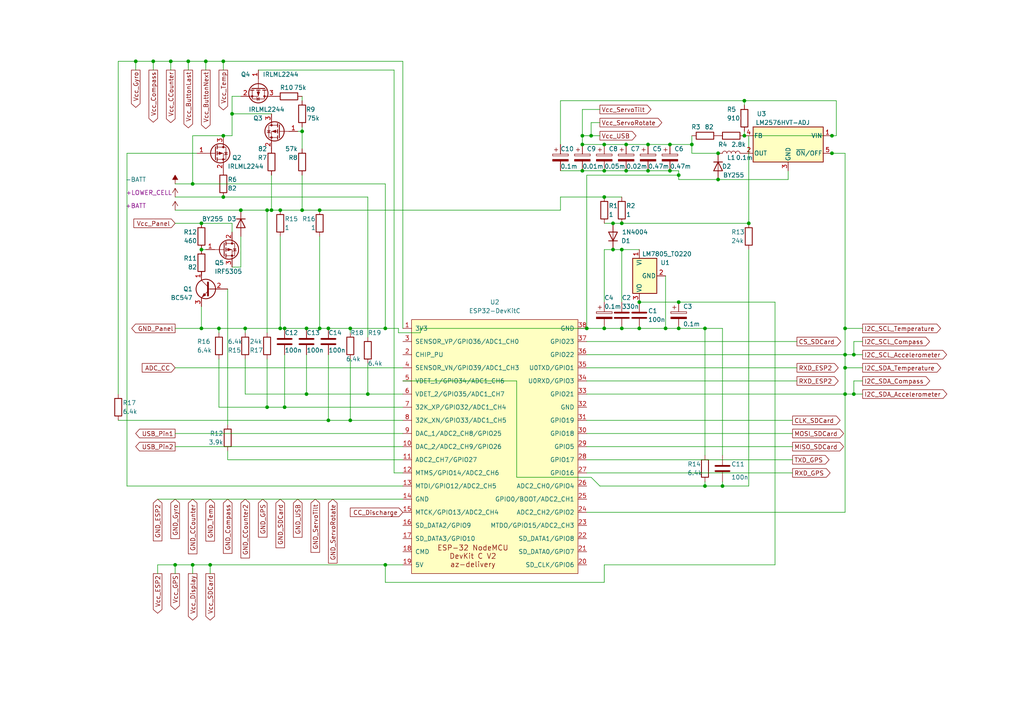
<source format=kicad_sch>
(kicad_sch (version 20230121) (generator eeschema)
  (paper "A4")
  (lib_symbols
    (symbol "Device:C" (pin_numbers hide) (pin_names (offset 0.254))
      (property "Reference" "C" (at 0.635 2.54 0))
      (property "Value" "C" (at 0.635 -2.54 0))
      (symbol "C_0_1"
        (polyline (pts (xy -2.032 -0.762) (xy 2.032 -0.762)) (stroke (width 0.508)))
        (polyline (pts (xy -2.032 0.762) (xy 2.032 0.762)) (stroke (width 0.508)))
      )
      (symbol "C_1_1"
        (pin passive line (at 0 3.81 270) (length 2.794) (name "~") (number "1"))
        (pin passive line (at 0 -3.81 90) (length 2.794) (name "~") (number "2"))
      )
    )
    (symbol "Device:C_Polarized" (pin_numbers hide) (pin_names (offset 0.254))
      (property "Reference" "C" (at 0.635 2.54 0))
      (property "Value" "C_Polarized" (at 0.635 -2.54 0))
      (symbol "C_Polarized_0_1"
        (rectangle (start -2.286 0.508) (end 2.286 1.016))
        (polyline (pts (xy -1.778 2.286) (xy -0.762 2.286)))
        (polyline (pts (xy -1.27 2.794) (xy -1.27 1.778)))
        (rectangle (start 2.286 -0.508) (end -2.286 -1.016) (fill (type outline)))
      )
      (symbol "C_Polarized_1_1"
        (pin passive line (at 0 3.81 270) (length 2.794) (name "~") (number "1"))
        (pin passive line (at 0 -3.81 90) (length 2.794) (name "~") (number "2"))
      )
    )
    (symbol "Device:L" (pin_numbers hide) (pin_names (offset 1.016) hide)
      (property "Reference" "L" (at -1.27 0 90))
      (property "Value" "L" (at 1.905 0 90))
      (symbol "L_0_1"
        (arc (start 0 -2.54) (mid 0.6323 -1.905) (end 0 -1.27))
        (arc (start 0 -1.27) (mid 0.6323 -0.635) (end 0 0))
        (arc (start 0 0) (mid 0.6323 0.635) (end 0 1.27))
        (arc (start 0 1.27) (mid 0.6323 1.905) (end 0 2.54))
      )
      (symbol "L_1_1"
        (pin passive line (at 0 3.81 270) (length 1.27) (name "1") (number "1"))
        (pin passive line (at 0 -3.81 90) (length 1.27) (name "2") (number "2"))
      )
    )
    (symbol "Device:R" (pin_numbers hide) (pin_names (offset 0))
      (property "Reference" "R" (at 2.032 0 90))
      (property "Value" "R" (at 0 0 90))
      (symbol "R_0_1"
        (rectangle (start -1.016 -2.54) (end 1.016 2.54) (stroke (width 0.254)))
      )
      (symbol "R_1_1"
        (pin passive line (at 0 3.81 270) (length 1.27) (name "~") (number "1"))
        (pin passive line (at 0 -3.81 90) (length 1.27) (name "~") (number "2"))
      )
    )
    (symbol "Diode:1N4004" (pin_numbers hide) (pin_names hide)
      (property "Reference" "D" (at 0 2.54 0))
      (property "Value" "1N4004" (at 0 -2.54 0))
      (symbol "1N4004_0_1"
        (polyline (pts (xy -1.27 1.27) (xy -1.27 -1.27)) (stroke (width 0.254)))
        (polyline (pts (xy 1.27 0) (xy -1.27 0)))
        (polyline (pts (xy 1.27 1.27) (xy 1.27 -1.27) (xy -1.27 0) (xy 1.27 1.27)) (stroke (width 0.254)))
      )
      (symbol "1N4004_1_1"
        (pin passive line (at -3.81 0 0) (length 2.54) (name "K") (number "1"))
        (pin passive line (at 3.81 0 180) (length 2.54) (name "A") (number "2"))
      )
    )
    (symbol "PCM_Espressif:ESP32-DevKitC" (pin_names (offset 1.016))
      (property "Reference" "U" (at -24.13 49.53 0))
      (property "Value" "ESP32-DevKitC" (at -24.13 46.99 0))
      (symbol "ESP32-DevKitC_0_0"
        (pin power_in line (at -26.67 -6.35 0) (length 2.54) (name "GND") (number "14"))
        (pin power_in line (at -26.67 -25.4 0) (length 2.54) (name "5V") (number "19"))
      )
      (symbol "ESP32-DevKitC_0_1"
        (rectangle (start -24.13 45.72) (end 24.13 -27.94) (fill (type background)))
      )
      (symbol "ESP32-DevKitC_1_0"
        (text "ESP-32 NodeMCU\nDevKit C V2\naz-delivery" (at -6.35 -22.86 0) (effects (font (size 1.5 1.5))))
        (pin power_in line (at 26.67 20.32 180) (length 2.54) (name "GND") (number "32"))
        (pin power_in line (at 26.67 43.18 180) (length 2.54) (name "GND") (number "38"))
      )
      (symbol "ESP32-DevKitC_1_1"
        (pin power_in line (at -26.67 43.18 0) (length 2.54) (name "3V3") (number "1"))
        (pin bidirectional line (at -26.67 8.89 0) (length 2.54) (name "DAC_2/ADC2_CH9/GPIO26") (number "10"))
        (pin bidirectional line (at -26.67 5.08 0) (length 2.54) (name "ADC2_CH7/GPIO27") (number "11"))
        (pin bidirectional line (at -26.67 1.27 0) (length 2.54) (name "MTMS/GPIO14/ADC2_CH6") (number "12"))
        (pin bidirectional line (at -26.67 -2.54 0) (length 2.54) (name "MTDI/GPIO12/ADC2_CH5") (number "13"))
        (pin bidirectional line (at -26.67 -10.16 0) (length 2.54) (name "MTCK/GPIO13/ADC2_CH4") (number "15"))
        (pin bidirectional line (at -26.67 -13.97 0) (length 2.54) (name "SD_DATA2/GPIO9") (number "16"))
        (pin bidirectional line (at -26.67 -17.78 0) (length 2.54) (name "SD_DATA3/GPIO10") (number "17"))
        (pin bidirectional line (at -26.67 -21.59 0) (length 2.54) (name "CMD") (number "18"))
        (pin input line (at -26.67 35.56 0) (length 2.54) (name "CHIP_PU") (number "2"))
        (pin bidirectional line (at 26.67 -25.4 180) (length 2.54) (name "SD_CLK/GPIO6") (number "20"))
        (pin bidirectional line (at 26.67 -21.59 180) (length 2.54) (name "SD_DATA0/GPIO7") (number "21"))
        (pin bidirectional line (at 26.67 -17.78 180) (length 2.54) (name "SD_DATA1/GPIO8") (number "22"))
        (pin bidirectional line (at 26.67 -13.97 180) (length 2.54) (name "MTDO/GPIO15/ADC2_CH3") (number "23"))
        (pin bidirectional line (at 26.67 -10.16 180) (length 2.54) (name "ADC2_CH2/GPIO2") (number "24"))
        (pin bidirectional line (at 26.67 -6.35 180) (length 2.54) (name "GPIO0/BOOT/ADC2_CH1") (number "25"))
        (pin bidirectional line (at 26.67 -2.54 180) (length 2.54) (name "ADC2_CH0/GPIO4") (number "26"))
        (pin bidirectional line (at 26.67 1.27 180) (length 2.54) (name "GPIO16") (number "27"))
        (pin bidirectional line (at 26.67 5.08 180) (length 2.54) (name "GPIO17") (number "28"))
        (pin bidirectional line (at 26.67 8.89 180) (length 2.54) (name "GPIO5") (number "29"))
        (pin input line (at -26.67 39.37 0) (length 2.54) (name "SENSOR_VP/GPIO36/ADC1_CH0") (number "3"))
        (pin bidirectional line (at 26.67 12.7 180) (length 2.54) (name "GPIO18") (number "30"))
        (pin bidirectional line (at 26.67 16.51 180) (length 2.54) (name "GPIO19") (number "31"))
        (pin bidirectional line (at 26.67 24.13 180) (length 2.54) (name "GPIO21") (number "33"))
        (pin bidirectional line (at 26.67 27.94 180) (length 2.54) (name "U0RXD/GPIO3") (number "34"))
        (pin bidirectional line (at 26.67 31.75 180) (length 2.54) (name "U0TXD/GPIO1") (number "35"))
        (pin bidirectional line (at 26.67 35.56 180) (length 2.54) (name "GPIO22") (number "36"))
        (pin bidirectional line (at 26.67 39.37 180) (length 2.54) (name "GPIO23") (number "37"))
        (pin input line (at -26.67 31.75 0) (length 2.54) (name "SENSOR_VN/GPIO39/ADC1_CH3") (number "4"))
        (pin input line (at -26.67 27.94 0) (length 2.54) (name "VDET_1/GPIO34/ADC1_CH6") (number "5"))
        (pin input line (at -26.67 24.13 0) (length 2.54) (name "VDET_2/GPIO35/ADC1_CH7") (number "6"))
        (pin bidirectional line (at -26.67 20.32 0) (length 2.54) (name "32K_XP/GPIO32/ADC1_CH4") (number "7"))
        (pin bidirectional line (at -26.67 16.51 0) (length 2.54) (name "32K_XN/GPIO33/ADC1_CH5") (number "8"))
        (pin bidirectional line (at -26.67 12.7 0) (length 2.54) (name "DAC_1/ADC2_CH8/GPIO25") (number "9"))
      )
    )
    (symbol "Regulator_Linear:LM7805_TO220" (pin_names (offset 0.254))
      (property "Reference" "U" (at -3.81 3.175 0))
      (property "Value" "LM7805_TO220" (at 0 3.175 0))
      (symbol "LM7805_TO220_0_1"
        (rectangle (start -5.08 1.905) (end 5.08 -5.08) (stroke (width 0.254)) (fill (type background)))
      )
      (symbol "LM7805_TO220_1_1"
        (pin power_in line (at -7.62 0 0) (length 2.54) (name "VI") (number "1"))
        (pin power_in line (at 0 -7.62 90) (length 2.54) (name "GND") (number "2"))
        (pin power_out line (at 7.62 0 180) (length 2.54) (name "VO") (number "3"))
      )
    )
    (symbol "Regulator_Switching:LM2576HVT-ADJ" (pin_names (offset 0.254))
      (property "Reference" "U" (at -10.16 6.35 0))
      (property "Value" "LM2576HVT-ADJ" (at 0 6.35 0))
      (symbol "LM2576HVT-ADJ_0_1"
        (rectangle (start -10.16 5.08) (end 10.16 -5.08) (stroke (width 0.254)) (fill (type background)))
      )
      (symbol "LM2576HVT-ADJ_1_1"
        (pin power_in line (at -12.7 2.54 0) (length 2.54) (name "VIN") (number "1"))
        (pin output line (at 12.7 -2.54 180) (length 2.54) (name "OUT") (number "2"))
        (pin power_in line (at 0 -7.62 90) (length 2.54) (name "GND") (number "3"))
        (pin input line (at 12.7 2.54 180) (length 2.54) (name "FB") (number "4"))
        (pin input line (at -12.7 -2.54 0) (length 2.54) (name "~{ON}/OFF") (number "5"))
      )
    )
    (symbol "Transistor_BJT:BC547" (pin_names (offset 0) hide)
      (property "Reference" "Q" (at 5.08 1.905 0))
      (property "Value" "BC547" (at 5.08 0 0))
      (symbol "BC547_0_1"
        (polyline (pts (xy 0 0) (xy 0.635 0)))
        (polyline (pts (xy 0.635 0.635) (xy 2.54 2.54)))
        (polyline (pts (xy 0.635 -0.635) (xy 2.54 -2.54) (xy 2.54 -2.54)))
        (polyline (pts (xy 0.635 1.905) (xy 0.635 -1.905) (xy 0.635 -1.905)) (stroke (width 0.508)))
        (polyline (pts (xy 1.27 -1.778) (xy 1.778 -1.27) (xy 2.286 -2.286) (xy 1.27 -1.778) (xy 1.27 -1.778)) (fill (type outline)))
        (circle (center 1.27 0) (radius 2.8194) (stroke (width 0.254)))
      )
      (symbol "BC547_1_1"
        (pin passive line (at 2.54 5.08 270) (length 2.54) (name "C") (number "1"))
        (pin input line (at -5.08 0 0) (length 5.08) (name "B") (number "2"))
        (pin passive line (at 2.54 -5.08 90) (length 2.54) (name "E") (number "3"))
      )
    )
    (symbol "Transistor_FET:IRF4905" (pin_names hide)
      (property "Reference" "Q" (at 5.08 1.905 0))
      (property "Value" "IRF4905" (at 5.08 0 0))
      (symbol "IRF4905_0_1"
        (polyline (pts (xy 0.254 0) (xy -2.54 0)))
        (polyline (pts (xy 0.254 1.905) (xy 0.254 -1.905)) (stroke (width 0.254)))
        (polyline (pts (xy 0.762 -1.27) (xy 0.762 -2.286)) (stroke (width 0.254)))
        (polyline (pts (xy 0.762 0.508) (xy 0.762 -0.508)) (stroke (width 0.254)))
        (polyline (pts (xy 0.762 2.286) (xy 0.762 1.27)) (stroke (width 0.254)))
        (polyline (pts (xy 2.54 2.54) (xy 2.54 1.778)))
        (polyline (pts (xy 2.54 -2.54) (xy 2.54 0) (xy 0.762 0)))
        (polyline (pts (xy 0.762 1.778) (xy 3.302 1.778) (xy 3.302 -1.778) (xy 0.762 -1.778)))
        (polyline (pts (xy 2.286 0) (xy 1.27 0.381) (xy 1.27 -0.381) (xy 2.286 0)) (fill (type outline)))
        (polyline (pts (xy 2.794 -0.508) (xy 2.921 -0.381) (xy 3.683 -0.381) (xy 3.81 -0.254)))
        (polyline (pts (xy 3.302 -0.381) (xy 2.921 0.254) (xy 3.683 0.254) (xy 3.302 -0.381)))
        (circle (center 1.651 0) (radius 2.794) (stroke (width 0.254)))
        (circle (center 2.54 -1.778) (radius 0.254) (fill (type outline)))
        (circle (center 2.54 1.778) (radius 0.254) (fill (type outline)))
      )
      (symbol "IRF4905_1_1"
        (pin input line (at -5.08 0 0) (length 2.54) (name "G") (number "1"))
        (pin passive line (at 2.54 5.08 270) (length 2.54) (name "D") (number "2"))
        (pin passive line (at 2.54 -5.08 90) (length 2.54) (name "S") (number "3"))
      )
    )
    (symbol "Transistor_FET:IRLML5203" (pin_names hide)
      (property "Reference" "Q" (at 5.08 1.905 0))
      (property "Value" "IRLML5203" (at 5.08 0 0))
      (symbol "IRLML5203_0_1"
        (polyline (pts (xy 0.254 0) (xy -2.54 0)))
        (polyline (pts (xy 0.254 1.905) (xy 0.254 -1.905)) (stroke (width 0.254)))
        (polyline (pts (xy 0.762 -1.27) (xy 0.762 -2.286)) (stroke (width 0.254)))
        (polyline (pts (xy 0.762 0.508) (xy 0.762 -0.508)) (stroke (width 0.254)))
        (polyline (pts (xy 0.762 2.286) (xy 0.762 1.27)) (stroke (width 0.254)))
        (polyline (pts (xy 2.54 2.54) (xy 2.54 1.778)))
        (polyline (pts (xy 2.54 -2.54) (xy 2.54 0) (xy 0.762 0)))
        (polyline (pts (xy 0.762 1.778) (xy 3.302 1.778) (xy 3.302 -1.778) (xy 0.762 -1.778)))
        (polyline (pts (xy 2.286 0) (xy 1.27 0.381) (xy 1.27 -0.381) (xy 2.286 0)) (fill (type outline)))
        (polyline (pts (xy 2.794 -0.508) (xy 2.921 -0.381) (xy 3.683 -0.381) (xy 3.81 -0.254)))
        (polyline (pts (xy 3.302 -0.381) (xy 2.921 0.254) (xy 3.683 0.254) (xy 3.302 -0.381)))
        (circle (center 1.651 0) (radius 2.794) (stroke (width 0.254)))
        (circle (center 2.54 -1.778) (radius 0.254) (fill (type outline)))
        (circle (center 2.54 1.778) (radius 0.254) (fill (type outline)))
      )
      (symbol "IRLML5203_1_1"
        (pin input line (at -5.08 0 0) (length 2.54) (name "G") (number "1"))
        (pin passive line (at 2.54 -5.08 90) (length 2.54) (name "S") (number "2"))
        (pin passive line (at 2.54 5.08 270) (length 2.54) (name "D") (number "3"))
      )
    )
    (symbol "power:+BATT" (power) (pin_names (offset 0))
      (property "Value" "+BATT" (at 0 3.556 0))
      (symbol "+BATT_0_1"
        (polyline (pts (xy -0.762 1.27) (xy 0 2.54)))
        (polyline (pts (xy 0 0) (xy 0 2.54)))
        (polyline (pts (xy 0 2.54) (xy 0.762 1.27)))
      )
      (symbol "+BATT_1_1"
        (pin power_in line (at 0 0 90) (length 0) hide (name "+BATT") (number "1"))
      )
    )
    (symbol "power:-BATT" (power) (pin_names (offset 0))
      (property "Value" "-BATT" (at 0 3.556 0))
      (symbol "-BATT_0_1"
        (polyline (pts (xy 0 0) (xy 0 2.54)))
        (polyline (pts (xy 0.762 1.27) (xy -0.762 1.27) (xy 0 2.54) (xy 0.762 1.27)) (fill (type outline)))
      )
      (symbol "-BATT_1_1"
        (pin power_in line (at 0 0 90) (length 0) hide (name "-BATT") (number "1"))
      )
    )
  )
  (junction (at 175.26 95.25))
  (junction (at 81.28 95.25))
  (junction (at 64.77 39.37))
  (junction (at 39.37 17.78))
  (junction (at 185.42 87.63))
  (junction (at 247.65 102.87))
  (junction (at 82.55 118.11))
  (junction (at 185.42 95.25))
  (junction (at 217.17 64.77))
  (junction (at 58.42 64.77))
  (junction (at 193.04 95.25))
  (junction (at 55.88 163.83))
  (junction (at 196.85 87.63))
  (junction (at 49.53 17.78))
  (junction (at 44.45 17.78))
  (junction (at 92.71 95.25))
  (junction (at 60.96 163.83))
  (junction (at 106.68 114.3))
  (junction (at 58.42 72.39))
  (junction (at 87.63 60.96))
  (junction (at 101.6 95.25))
  (junction (at 168.91 49.53))
  (junction (at 88.9 95.25))
  (junction (at 63.5 95.25))
  (junction (at 58.42 95.25))
  (junction (at 69.85 60.96))
  (junction (at 187.96 41.91))
  (junction (at 77.47 118.11))
  (junction (at 208.28 44.45))
  (junction (at 111.76 163.83))
  (junction (at 208.28 52.07))
  (junction (at 180.34 95.25))
  (junction (at 101.6 121.92))
  (junction (at 177.8 64.77))
  (junction (at 81.28 60.96))
  (junction (at 82.55 95.25))
  (junction (at 95.25 95.25))
  (junction (at 64.77 57.15))
  (junction (at 245.11 106.68))
  (junction (at 92.71 60.96))
  (junction (at 87.63 38.1))
  (junction (at 241.3 44.45))
  (junction (at 175.26 57.15))
  (junction (at 180.34 72.39))
  (junction (at 187.96 49.53))
  (junction (at 71.12 95.25))
  (junction (at 204.47 140.97))
  (junction (at 168.91 41.91))
  (junction (at 196.85 50.8))
  (junction (at 175.26 49.53))
  (junction (at 77.47 60.96))
  (junction (at 50.8 163.83))
  (junction (at 54.61 17.78))
  (junction (at 67.31 33.02))
  (junction (at 177.8 72.39))
  (junction (at 59.69 17.78))
  (junction (at 78.74 60.96))
  (junction (at 200.66 41.91))
  (junction (at 180.34 64.77))
  (junction (at 209.55 140.97))
  (junction (at 204.47 95.25))
  (junction (at 168.91 39.37))
  (junction (at 111.76 95.25))
  (junction (at 55.88 53.34))
  (junction (at 88.9 114.3))
  (junction (at 171.45 39.37))
  (junction (at 245.11 114.3))
  (junction (at 175.26 41.91))
  (junction (at 194.31 41.91))
  (junction (at 170.18 95.25))
  (junction (at 64.77 17.78))
  (junction (at 181.61 49.53))
  (junction (at 245.11 95.25))
  (junction (at 194.31 49.53))
  (junction (at 95.25 121.92))
  (junction (at 215.9 39.37))
  (junction (at 181.61 41.91))
  (junction (at 196.85 95.25))
  (junction (at 247.65 114.3))
  (junction (at 241.3 39.37))
  (junction (at 215.9 29.21))
  (junction (at 245.11 102.87))
  (wire (pts (xy 245.11 102.87) (xy 245.11 95.25)))
  (wire (pts (xy 39.37 17.78) (xy 44.45 17.78)))
  (wire (pts (xy 217.17 72.39) (xy 217.17 140.97)))
  (wire (pts (xy 50.8 125.73) (xy 116.84 125.73)))
  (wire (pts (xy 162.56 29.21) (xy 215.9 29.21)))
  (wire (pts (xy 175.26 57.15) (xy 180.34 57.15)))
  (wire (pts (xy 101.6 95.25) (xy 101.6 96.52)))
  (wire (pts (xy 209.55 140.97) (xy 217.17 140.97)))
  (wire (pts (xy 87.63 50.8) (xy 87.63 60.96)))
  (wire (pts (xy 50.8 166.37) (xy 50.8 163.83)))
  (wire (pts (xy 168.91 49.53) (xy 175.26 49.53)))
  (wire (pts (xy 54.61 17.78) (xy 59.69 17.78)))
  (wire (pts (xy 245.11 44.45) (xy 245.11 95.25)))
  (wire (pts (xy 55.88 53.34) (xy 111.76 53.34)))
  (wire (pts (xy 111.76 168.91) (xy 175.26 168.91)))
  (wire (pts (xy 215.9 29.21) (xy 215.9 30.48)))
  (wire (pts (xy 247.65 102.87) (xy 250.19 102.87)))
  (wire (pts (xy 204.47 140.97) (xy 209.55 140.97)))
  (wire (pts (xy 77.47 104.14) (xy 77.47 118.11)))
  (wire (pts (xy 162.56 41.91) (xy 162.56 29.21)))
  (wire (pts (xy 170.18 129.54) (xy 229.87 129.54)))
  (wire (pts (xy 101.6 95.25) (xy 111.76 95.25)))
  (wire (pts (xy 196.85 50.8) (xy 196.85 52.07)))
  (wire (pts (xy 55.88 163.83) (xy 60.96 163.83)))
  (wire (pts (xy 115.57 96.52) (xy 115.57 95.25)))
  (wire (pts (xy 228.6 52.07) (xy 228.6 49.53)))
  (wire (pts (xy 245.11 114.3) (xy 245.11 148.59)))
  (wire (pts (xy 168.91 39.37) (xy 168.91 31.75)))
  (wire (pts (xy 58.42 88.9) (xy 58.42 95.25)))
  (wire (pts (xy 200.66 44.45) (xy 208.28 44.45)))
  (wire (pts (xy 177.8 72.39) (xy 180.34 72.39)))
  (wire (pts (xy 88.9 114.3) (xy 106.68 114.3)))
  (wire (pts (xy 247.65 102.87) (xy 247.65 99.06)))
  (wire (pts (xy 82.55 102.87) (xy 82.55 118.11)))
  (wire (pts (xy 204.47 140.97) (xy 173.99 140.97)))
  (wire (pts (xy 215.9 38.1) (xy 215.9 39.37)))
  (wire (pts (xy 193.04 80.01) (xy 193.04 95.25)))
  (wire (pts (xy 64.77 39.37) (xy 67.31 39.37)))
  (wire (pts (xy 71.12 95.25) (xy 81.28 95.25)))
  (wire (pts (xy 170.18 102.87) (xy 245.11 102.87)))
  (wire (pts (xy 175.26 49.53) (xy 181.61 49.53)))
  (wire (pts (xy 209.55 95.25) (xy 209.55 132.08)))
  (wire (pts (xy 121.92 95.25) (xy 121.92 96.52)))
  (wire (pts (xy 241.3 39.37) (xy 242.57 39.37)))
  (wire (pts (xy 181.61 49.53) (xy 187.96 49.53)))
  (wire (pts (xy 34.29 121.92) (xy 95.25 121.92)))
  (wire (pts (xy 114.3 20.32) (xy 114.3 137.16)))
  (wire (pts (xy 63.5 95.25) (xy 63.5 96.52)))
  (wire (pts (xy 168.91 31.75) (xy 173.99 31.75)))
  (wire (pts (xy 170.18 50.8) (xy 196.85 50.8)))
  (wire (pts (xy 173.99 39.37) (xy 171.45 39.37)))
  (wire (pts (xy 88.9 102.87) (xy 88.9 114.3)))
  (wire (pts (xy 245.11 102.87) (xy 245.11 106.68)))
  (wire (pts (xy 170.18 95.25) (xy 175.26 95.25)))
  (wire (pts (xy 50.8 106.68) (xy 116.84 106.68)))
  (wire (pts (xy 45.72 144.78) (xy 116.84 144.78)))
  (wire (pts (xy 111.76 163.83) (xy 116.84 163.83)))
  (wire (pts (xy 200.66 41.91) (xy 194.31 41.91)))
  (wire (pts (xy 71.12 114.3) (xy 71.12 104.14)))
  (wire (pts (xy 49.53 20.32) (xy 49.53 17.78)))
  (wire (pts (xy 59.69 20.32) (xy 59.69 17.78)))
  (wire (pts (xy 49.53 17.78) (xy 54.61 17.78)))
  (wire (pts (xy 209.55 140.97) (xy 209.55 139.7)))
  (wire (pts (xy 58.42 64.77) (xy 67.31 64.77)))
  (wire (pts (xy 59.69 72.39) (xy 58.42 72.39)))
  (wire (pts (xy 101.6 121.92) (xy 116.84 121.92)))
  (wire (pts (xy 175.26 41.91) (xy 181.61 41.91)))
  (wire (pts (xy 187.96 41.91) (xy 194.31 41.91)))
  (wire (pts (xy 63.5 95.25) (xy 71.12 95.25)))
  (wire (pts (xy 149.86 138.43) (xy 171.45 138.43)))
  (wire (pts (xy 245.11 106.68) (xy 245.11 114.3)))
  (wire (pts (xy 92.71 68.58) (xy 92.71 95.25)))
  (wire (pts (xy 50.8 64.77) (xy 58.42 64.77)))
  (wire (pts (xy 245.11 106.68) (xy 250.19 106.68)))
  (wire (pts (xy 175.26 163.83) (xy 224.79 163.83)))
  (wire (pts (xy 66.04 130.81) (xy 66.04 133.35)))
  (wire (pts (xy 171.45 39.37) (xy 168.91 39.37)))
  (wire (pts (xy 34.29 17.78) (xy 39.37 17.78)))
  (wire (pts (xy 71.12 114.3) (xy 88.9 114.3)))
  (wire (pts (xy 95.25 95.25) (xy 101.6 95.25)))
  (wire (pts (xy 77.47 60.96) (xy 77.47 96.52)))
  (wire (pts (xy 196.85 50.8) (xy 196.85 49.53)))
  (wire (pts (xy 208.28 52.07) (xy 228.6 52.07)))
  (wire (pts (xy 116.84 110.49) (xy 149.86 110.49)))
  (wire (pts (xy 60.96 163.83) (xy 111.76 163.83)))
  (wire (pts (xy 245.11 95.25) (xy 250.19 95.25)))
  (wire (pts (xy 215.9 29.21) (xy 242.57 29.21)))
  (wire (pts (xy 45.72 163.83) (xy 45.72 166.37)))
  (wire (pts (xy 45.72 163.83) (xy 50.8 163.83)))
  (wire (pts (xy 168.91 41.91) (xy 175.26 41.91)))
  (wire (pts (xy 36.83 44.45) (xy 36.83 140.97)))
  (wire (pts (xy 240.03 44.45) (xy 241.3 44.45)))
  (wire (pts (xy 111.76 95.25) (xy 115.57 95.25)))
  (wire (pts (xy 69.85 60.96) (xy 77.47 60.96)))
  (wire (pts (xy 92.71 60.96) (xy 162.56 60.96)))
  (wire (pts (xy 181.61 41.91) (xy 187.96 41.91)))
  (wire (pts (xy 245.11 102.87) (xy 247.65 102.87)))
  (wire (pts (xy 67.31 27.94) (xy 67.31 33.02)))
  (wire (pts (xy 87.63 27.94) (xy 87.63 29.21)))
  (wire (pts (xy 247.65 110.49) (xy 250.19 110.49)))
  (wire (pts (xy 170.18 137.16) (xy 229.87 137.16)))
  (wire (pts (xy 185.42 87.63) (xy 196.85 87.63)))
  (wire (pts (xy 63.5 104.14) (xy 63.5 118.11)))
  (wire (pts (xy 241.3 44.45) (xy 245.11 44.45)))
  (wire (pts (xy 217.17 39.37) (xy 217.17 64.77)))
  (wire (pts (xy 204.47 95.25) (xy 204.47 132.08)))
  (wire (pts (xy 170.18 125.73) (xy 229.87 125.73)))
  (wire (pts (xy 175.26 168.91) (xy 175.26 163.83)))
  (wire (pts (xy 55.88 166.37) (xy 55.88 163.83)))
  (wire (pts (xy 171.45 35.56) (xy 171.45 39.37)))
  (wire (pts (xy 111.76 163.83) (xy 111.76 168.91)))
  (wire (pts (xy 177.8 64.77) (xy 180.34 64.77)))
  (wire (pts (xy 170.18 114.3) (xy 245.11 114.3)))
  (wire (pts (xy 64.77 57.15) (xy 106.68 57.15)))
  (wire (pts (xy 63.5 118.11) (xy 77.47 118.11)))
  (wire (pts (xy 193.04 95.25) (xy 196.85 95.25)))
  (wire (pts (xy 149.86 110.49) (xy 149.86 138.43)))
  (wire (pts (xy 101.6 104.14) (xy 101.6 121.92)))
  (wire (pts (xy 71.12 95.25) (xy 71.12 96.52)))
  (wire (pts (xy 77.47 60.96) (xy 78.74 60.96)))
  (wire (pts (xy 170.18 110.49) (xy 231.14 110.49)))
  (wire (pts (xy 55.88 39.37) (xy 55.88 53.34)))
  (wire (pts (xy 95.25 121.92) (xy 101.6 121.92)))
  (wire (pts (xy 58.42 95.25) (xy 63.5 95.25)))
  (wire (pts (xy 44.45 20.32) (xy 44.45 17.78)))
  (wire (pts (xy 196.85 95.25) (xy 204.47 95.25)))
  (wire (pts (xy 247.65 114.3) (xy 250.19 114.3)))
  (wire (pts (xy 204.47 95.25) (xy 209.55 95.25)))
  (wire (pts (xy 95.25 102.87) (xy 95.25 121.92)))
  (wire (pts (xy 50.8 60.96) (xy 69.85 60.96)))
  (wire (pts (xy 66.04 133.35) (xy 116.84 133.35)))
  (wire (pts (xy 34.29 17.78) (xy 34.29 114.3)))
  (wire (pts (xy 162.56 57.15) (xy 175.26 57.15)))
  (wire (pts (xy 200.66 39.37) (xy 200.66 41.91)))
  (wire (pts (xy 36.83 140.97) (xy 116.84 140.97)))
  (wire (pts (xy 111.76 53.34) (xy 111.76 95.25)))
  (wire (pts (xy 200.66 44.45) (xy 200.66 41.91)))
  (wire (pts (xy 187.96 49.53) (xy 194.31 49.53)))
  (wire (pts (xy 196.85 52.07) (xy 208.28 52.07)))
  (wire (pts (xy 175.26 72.39) (xy 177.8 72.39)))
  (wire (pts (xy 82.55 95.25) (xy 88.9 95.25)))
  (wire (pts (xy 170.18 50.8) (xy 170.18 95.25)))
  (wire (pts (xy 106.68 105.41) (xy 106.68 114.3)))
  (wire (pts (xy 171.45 35.56) (xy 173.99 35.56)))
  (wire (pts (xy 50.8 163.83) (xy 55.88 163.83)))
  (wire (pts (xy 162.56 49.53) (xy 168.91 49.53)))
  (wire (pts (xy 217.17 39.37) (xy 241.3 39.37)))
  (wire (pts (xy 67.31 77.47) (xy 69.85 77.47)))
  (wire (pts (xy 87.63 36.83) (xy 87.63 38.1)))
  (wire (pts (xy 59.69 17.78) (xy 64.77 17.78)))
  (wire (pts (xy 36.83 44.45) (xy 57.15 44.45)))
  (wire (pts (xy 67.31 64.77) (xy 67.31 67.31)))
  (wire (pts (xy 245.11 114.3) (xy 247.65 114.3)))
  (wire (pts (xy 170.18 106.68) (xy 231.14 106.68)))
  (wire (pts (xy 185.42 95.25) (xy 193.04 95.25)))
  (wire (pts (xy 67.31 33.02) (xy 78.74 33.02)))
  (wire (pts (xy 247.65 114.3) (xy 247.65 110.49)))
  (wire (pts (xy 74.93 20.32) (xy 114.3 20.32)))
  (wire (pts (xy 194.31 49.53) (xy 196.85 49.53)))
  (wire (pts (xy 54.61 20.32) (xy 54.61 17.78)))
  (wire (pts (xy 55.88 39.37) (xy 64.77 39.37)))
  (wire (pts (xy 224.79 87.63) (xy 224.79 163.83)))
  (wire (pts (xy 81.28 95.25) (xy 82.55 95.25)))
  (wire (pts (xy 92.71 95.25) (xy 95.25 95.25)))
  (wire (pts (xy 50.8 129.54) (xy 116.84 129.54)))
  (wire (pts (xy 87.63 60.96) (xy 92.71 60.96)))
  (wire (pts (xy 180.34 95.25) (xy 175.26 95.25)))
  (wire (pts (xy 60.96 166.37) (xy 60.96 163.83)))
  (wire (pts (xy 67.31 33.02) (xy 67.31 39.37)))
  (wire (pts (xy 69.85 68.58) (xy 69.85 77.47)))
  (wire (pts (xy 168.91 39.37) (xy 168.91 41.91)))
  (wire (pts (xy 50.8 53.34) (xy 55.88 53.34)))
  (wire (pts (xy 180.34 72.39) (xy 185.42 72.39)))
  (wire (pts (xy 64.77 17.78) (xy 116.84 17.78)))
  (wire (pts (xy 67.31 27.94) (xy 69.85 27.94)))
  (wire (pts (xy 82.55 118.11) (xy 116.84 118.11)))
  (wire (pts (xy 64.77 20.32) (xy 64.77 17.78)))
  (wire (pts (xy 121.92 95.25) (xy 170.18 95.25)))
  (wire (pts (xy 196.85 87.63) (xy 224.79 87.63)))
  (wire (pts (xy 121.92 96.52) (xy 115.57 96.52)))
  (wire (pts (xy 204.47 139.7) (xy 204.47 140.97)))
  (wire (pts (xy 81.28 60.96) (xy 87.63 60.96)))
  (wire (pts (xy 50.8 95.25) (xy 58.42 95.25)))
  (wire (pts (xy 39.37 20.32) (xy 39.37 17.78)))
  (wire (pts (xy 87.63 38.1) (xy 87.63 43.18)))
  (wire (pts (xy 175.26 64.77) (xy 177.8 64.77)))
  (wire (pts (xy 44.45 17.78) (xy 49.53 17.78)))
  (wire (pts (xy 173.99 140.97) (xy 171.45 138.43)))
  (wire (pts (xy 170.18 121.92) (xy 229.87 121.92)))
  (wire (pts (xy 180.34 64.77) (xy 217.17 64.77)))
  (wire (pts (xy 245.11 148.59) (xy 170.18 148.59)))
  (wire (pts (xy 88.9 95.25) (xy 92.71 95.25)))
  (wire (pts (xy 81.28 68.58) (xy 81.28 95.25)))
  (wire (pts (xy 50.8 57.15) (xy 64.77 57.15)))
  (wire (pts (xy 77.47 118.11) (xy 82.55 118.11)))
  (wire (pts (xy 116.84 17.78) (xy 116.84 95.25)))
  (wire (pts (xy 78.74 60.96) (xy 81.28 60.96)))
  (wire (pts (xy 185.42 95.25) (xy 180.34 95.25)))
  (wire (pts (xy 66.04 123.19) (xy 66.04 83.82)))
  (wire (pts (xy 180.34 87.63) (xy 180.34 72.39)))
  (wire (pts (xy 78.74 50.8) (xy 78.74 60.96)))
  (wire (pts (xy 170.18 133.35) (xy 229.87 133.35)))
  (wire (pts (xy 242.57 29.21) (xy 242.57 39.37)))
  (wire (pts (xy 114.3 137.16) (xy 116.84 137.16)))
  (wire (pts (xy 247.65 99.06) (xy 250.19 99.06)))
  (wire (pts (xy 86.36 38.1) (xy 87.63 38.1)))
  (wire (pts (xy 162.56 57.15) (xy 162.56 60.96)))
  (wire (pts (xy 106.68 57.15) (xy 106.68 97.79)))
  (wire (pts (xy 170.18 99.06) (xy 231.14 99.06)))
  (wire (pts (xy 106.68 114.3) (xy 116.84 114.3)))
  (wire (pts (xy 175.26 72.39) (xy 175.26 87.63)))
  (global_label "CS_SDCard" (shape output) (at 231.14 99.06 0) (property "Intersheetrefs" "${INTERSHEET_REFS}" (effects hide)))
  (global_label "GND_Gyro" (shape input) (at 50.8 144.78 270) (property "Intersheetrefs" "${INTERSHEET_REFS}" (effects hide)))
  (global_label "GND_Panel" (shape output) (at 50.8 95.25 180) (property "Intersheetrefs" "${INTERSHEET_REFS}" (effects hide)))
  (global_label "GND_ServoRotate" (shape input) (at 96.52 144.78 270) (property "Intersheetrefs" "${INTERSHEET_REFS}" (effects hide)))
  (global_label "I2C_SCL_Accelerometer" (shape output) (at 250.19 102.87 0) (property "Intersheetrefs" "${INTERSHEET_REFS}" (effects hide)))
  (global_label "Vcc_GPS" (shape output) (at 50.8 166.37 270) (property "Intersheetrefs" "${INTERSHEET_REFS}" (effects hide)))
  (global_label "ADC_CC" (shape input) (at 50.8 106.68 180) (property "Intersheetrefs" "${INTERSHEET_REFS}" (effects hide)))
  (global_label "Vcc_ButtonNext" (shape output) (at 59.69 20.32 270) (property "Intersheetrefs" "${INTERSHEET_REFS}" (effects hide)))
  (global_label "I2C_SDA_Accelerometer" (shape output) (at 250.19 114.3 0) (property "Intersheetrefs" "${INTERSHEET_REFS}" (effects hide)))
  (global_label "I2C_SDA_Compass" (shape output) (at 250.19 110.49 0) (property "Intersheetrefs" "${INTERSHEET_REFS}" (effects hide)))
  (global_label "MISO_SDCard" (shape output) (at 229.87 129.54 0) (property "Intersheetrefs" "${INTERSHEET_REFS}" (effects hide)))
  (global_label "GND_USB" (shape input) (at 86.36 144.78 270) (property "Intersheetrefs" "${INTERSHEET_REFS}" (effects hide)))
  (global_label "Vcc_Display" (shape output) (at 55.88 166.37 270) (property "Intersheetrefs" "${INTERSHEET_REFS}" (effects hide)))
  (global_label "GND_ServoTilt" (shape input) (at 91.44 144.78 270) (property "Intersheetrefs" "${INTERSHEET_REFS}" (effects hide)))
  (global_label "MOSI_SDCard" (shape output) (at 229.87 125.73 0) (property "Intersheetrefs" "${INTERSHEET_REFS}" (effects hide)))
  (global_label "Vcc_CCounter" (shape output) (at 49.53 20.32 270) (property "Intersheetrefs" "${INTERSHEET_REFS}" (effects hide)))
  (global_label "Vcc_ServoTilt" (shape output) (at 173.99 31.75 0) (property "Intersheetrefs" "${INTERSHEET_REFS}" (effects hide)))
  (global_label "RXD_ESP2" (shape output) (at 231.14 110.49 0) (property "Intersheetrefs" "${INTERSHEET_REFS}" (effects hide)))
  (global_label "Vcc_ButtonLast" (shape output) (at 54.61 20.32 270) (property "Intersheetrefs" "${INTERSHEET_REFS}" (effects hide)))
  (global_label "I2C_SCL_Compass" (shape output) (at 250.19 99.06 0) (property "Intersheetrefs" "${INTERSHEET_REFS}" (effects hide)))
  (global_label "Vcc_SDCard" (shape output) (at 60.96 166.37 270) (property "Intersheetrefs" "${INTERSHEET_REFS}" (effects hide)))
  (global_label "USB_Pin2" (shape output) (at 50.8 129.54 180) (property "Intersheetrefs" "${INTERSHEET_REFS}" (effects hide)))
  (global_label "USB_Pin1" (shape output) (at 50.8 125.73 180) (property "Intersheetrefs" "${INTERSHEET_REFS}" (effects hide)))
  (global_label "RXD_GPS" (shape output) (at 229.87 137.16 0) (property "Intersheetrefs" "${INTERSHEET_REFS}" (effects hide)))
  (global_label "RXD_ESP2" (shape output) (at 231.14 106.68 0) (property "Intersheetrefs" "${INTERSHEET_REFS}" (effects hide)))
  (global_label "GND_CCounter" (shape input) (at 55.88 144.78 270) (property "Intersheetrefs" "${INTERSHEET_REFS}" (effects hide)))
  (global_label "GND_Temp" (shape input) (at 60.96 144.78 270) (property "Intersheetrefs" "${INTERSHEET_REFS}" (effects hide)))
  (global_label "Vcc_Panel" (shape input) (at 50.8 64.77 180) (property "Intersheetrefs" "${INTERSHEET_REFS}" (effects hide)))
  (global_label "GND_CCounter2" (shape input) (at 71.12 144.78 270) (property "Intersheetrefs" "${INTERSHEET_REFS}" (effects hide)))
  (global_label "CC_Discharge" (shape input) (at 116.84 148.59 180) (property "Intersheetrefs" "${INTERSHEET_REFS}" (effects hide)))
  (global_label "I2C_SCL_Temperature" (shape output) (at 250.19 95.25 0) (property "Intersheetrefs" "${INTERSHEET_REFS}" (effects hide)))
  (global_label "GND_Compass" (shape input) (at 66.04 144.78 270) (property "Intersheetrefs" "${INTERSHEET_REFS}" (effects hide)))
  (global_label "Vcc_USB" (shape output) (at 173.99 39.37 0) (property "Intersheetrefs" "${INTERSHEET_REFS}" (effects hide)))
  (global_label "GND_ESP2" (shape input) (at 45.72 144.78 270) (property "Intersheetrefs" "${INTERSHEET_REFS}" (effects hide)))
  (global_label "Vcc_Compass" (shape output) (at 44.45 20.32 270) (property "Intersheetrefs" "${INTERSHEET_REFS}" (effects hide)))
  (global_label "GND_SDCard" (shape input) (at 81.28 144.78 270) (property "Intersheetrefs" "${INTERSHEET_REFS}" (effects hide)))
  (global_label "Vcc_Gyro" (shape output) (at 39.37 20.32 270) (property "Intersheetrefs" "${INTERSHEET_REFS}" (effects hide)))
  (global_label "TXD_GPS" (shape output) (at 229.87 133.35 0) (property "Intersheetrefs" "${INTERSHEET_REFS}" (effects hide)))
  (global_label "CLK_SDCard" (shape output) (at 229.87 121.92 0) (property "Intersheetrefs" "${INTERSHEET_REFS}" (effects hide)))
  (global_label "Vcc_ServoRotate" (shape output) (at 173.99 35.56 0) (property "Intersheetrefs" "${INTERSHEET_REFS}" (effects hide)))
  (global_label "Vcc_ESP2" (shape output) (at 45.72 166.37 270) (property "Intersheetrefs" "${INTERSHEET_REFS}" (effects hide)))
  (global_label "GND_GPS" (shape input) (at 76.2 144.78 270) (property "Intersheetrefs" "${INTERSHEET_REFS}" (effects hide)))
  (global_label "Vcc_Temp" (shape output) (at 64.77 20.32 270) (property "Intersheetrefs" "${INTERSHEET_REFS}" (effects hide)))
  (global_label "I2C_SDA_Temperature" (shape output) (at 250.19 106.68 0) (property "Intersheetrefs" "${INTERSHEET_REFS}" (effects hide)))
  (symbol (lib_id "Transistor_FET:IRLML5203") (at 74.93 25.4 270) (unit 1)
    (property "Reference" "Q4" (at 69.85 21.59 90) (effects (justify left)))
    (property "Value" "IRLML2244" (at 76.2 21.59 90) (effects (justify left)))
    (property "Footprint" "Package_TO_SOT_SMD:TSOT-23" (effects hide))
    (property "Datasheet" "https://www.infineon.com/dgdl/Infineon-IRLML2244-DataSheet-v01_01-EN.pdf?fileId=5546d462533600a401535664bfff25f0" (effects hide))
  )
  (symbol (lib_id "Device:R") (at 58.42 76.2 0) (mirror y) (unit 1)
    (property "Reference" "R11" (at 57.15 74.93 0) (effects (justify left)))
    (property "Value" "82" (at 57.15 77.47 0) (effects (justify left)))
  )
  (symbol (lib_id "Device:R") (at 87.63 46.99 0) (mirror y) (unit 1)
    (property "Reference" "R8" (at 86.36 45.72 0) (effects (justify left)))
    (property "Value" "57k" (at 86.36 43.18 0) (effects (justify left)))
  )
  (symbol (lib_id "power:+BATT") (at 50.8 57.15 0) (unit 1)
    (property "Reference" "#PWR02" (effects hide))
    (property "Value" "+BATT" (effects hide))
    (property "Name" "+LOWER_CELL" (at 43.18 55.88 0))
  )
  (symbol (lib_id "Transistor_FET:IRLML5203") (at 62.23 44.45 0) (unit 1)
    (property "Reference" "Q2" (at 67.31 45.72 0) (effects (justify left)))
    (property "Value" "IRLML2244" (at 66.04 48.26 0) (effects (justify left)))
    (property "Footprint" "Package_TO_SOT_SMD:TSOT-23" (effects hide))
    (property "Datasheet" "https://www.infineon.com/dgdl/Infineon-IRLML2244-DataSheet-v01_01-EN.pdf?fileId=5546d462533600a401535664bfff25f0" (effects hide))
  )
  (symbol (lib_id "PCM_Espressif:ESP32-DevKitC") (at 143.51 138.43 0) (unit 1)
    (property "Reference" "U2" (at 143.51 87.63 0))
    (property "Value" "ESP32-DevKitC" (at 143.51 90.17 0))
    (property "Footprint" "Espressif:ESP32-DevKitC" (effects hide))
    (property "Datasheet" "https://docs.espressif.com/projects/esp-idf/zh_CN/latest/esp32/hw-reference/esp32/get-started-devkitc.html" (effects hide))
  )
  (symbol (lib_id "Device:C") (at 95.25 99.06 0) (unit 1)
    (property "Reference" "C14" (at 95.25 96.52 0) (effects (justify left)))
    (property "Value" "100n" (at 95.25 101.6 0) (effects (justify left)))
  )
  (symbol (lib_id "Device:C_Polarized") (at 187.96 45.72 0) (unit 1)
    (property "Reference" "C5" (at 189.23 43.18 0) (effects (justify left)))
    (property "Value" "0.47m" (at 187.96 48.26 0) (effects (justify left)))
  )
  (symbol (lib_id "Device:R") (at 77.47 100.33 0) (unit 1)
    (property "Reference" "R17" (at 72.39 101.6 0) (effects (justify left)))
    (property "Value" "24k" (at 72.39 99.06 0) (effects (justify left)))
  )
  (symbol (lib_id "Transistor_FET:IRF4905") (at 64.77 72.39 0) (unit 1)
    (property "Reference" "Q5" (at 62.23 76.2 0) (effects (justify left)))
    (property "Value" "IRF5305" (at 62.23 78.74 0) (effects (justify left)))
    (property "Footprint" "Package_TO_SOT_THT:TO-220-3_Vertical" (effects hide))
    (property "Datasheet" "https://pdf1.alldatasheet.com/datasheet-pdf/view/68167/IRF/IRF5305.html" (effects hide))
  )
  (symbol (lib_id "power:-BATT") (at 50.8 53.34 0) (unit 1)
    (property "Reference" "#PWR04" (effects hide))
    (property "Value" "-BATT" (at 39.37 52.07 0))
  )
  (symbol (lib_id "Device:C") (at 185.42 91.44 0) (unit 1)
    (property "Reference" "C1" (at 187.96 90.17 0) (effects (justify left)))
    (property "Value" "100n" (at 187.96 92.71 0) (effects (justify left)))
  )
  (symbol (lib_id "Device:R") (at 204.47 135.89 0) (unit 1)
    (property "Reference" "R14" (at 199.39 134.62 0) (effects (justify left)))
    (property "Value" "6.4k" (at 199.39 137.16 0) (effects (justify left)))
  )
  (symbol (lib_id "Device:L") (at 212.09 44.45 270) (mirror x) (unit 1)
    (property "Reference" "L1" (at 212.09 45.72 90))
    (property "Value" "0.1m" (at 215.9 45.72 90))
  )
  (symbol (lib_id "Device:C") (at 180.34 91.44 0) (unit 1)
    (property "Reference" "C2" (at 180.34 86.36 0) (effects (justify left)))
    (property "Value" "330n" (at 180.34 88.9 0) (effects (justify left)))
  )
  (symbol (lib_id "Device:R") (at 175.26 60.96 0) (unit 1)
    (property "Reference" "R1" (at 176.53 59.69 0) (effects (justify left)))
    (property "Value" "1" (at 176.53 62.23 0) (effects (justify left)))
  )
  (symbol (lib_id "Device:R") (at 64.77 53.34 0) (unit 1)
    (property "Reference" "R6" (at 66.04 52.07 0) (effects (justify left)))
    (property "Value" "82" (at 66.04 54.61 0) (effects (justify left)))
  )
  (symbol (lib_id "Device:R") (at 217.17 68.58 0) (unit 1)
    (property "Reference" "R13" (at 212.09 67.31 0) (effects (justify left)))
    (property "Value" "24k" (at 212.09 69.85 0) (effects (justify left)))
  )
  (symbol (lib_id "power:+BATT") (at 50.8 60.96 0) (unit 1)
    (property "Reference" "#PWR01" (effects hide))
    (property "Value" "+BATT" (effects hide))
    (property "Name" "+BATT" (at 39.37 59.69 0))
  )
  (symbol (lib_id "Device:C") (at 82.55 99.06 0) (unit 1)
    (property "Reference" "C12" (at 82.55 96.52 0) (effects (justify left)))
    (property "Value" "100n" (at 82.55 101.6 0) (effects (justify left)))
  )
  (symbol (lib_id "Device:C_Polarized") (at 196.85 91.44 0) (unit 1)
    (property "Reference" "C3" (at 198.12 88.9 0) (effects (justify left)))
    (property "Value" "0.1m" (at 198.12 93.98 0) (effects (justify left)))
  )
  (symbol (lib_id "Regulator_Switching:LM2576HVT-ADJ") (at 228.6 41.91 0) (mirror y) (unit 1)
    (property "Reference" "U3" (at 222.25 33.02 0) (effects (justify left)))
    (property "Value" "LM2576HVT-ADJ" (at 234.95 35.56 0) (effects (justify left)))
    (property "Footprint" "Package_TO_SOT_THT:TO-220-5_Vertical" (effects hide))
    (property "Datasheet" "http://www.ti.com/lit/ds/symlink/lm2576.pdf" (effects hide))
  )
  (symbol (lib_id "Device:C") (at 209.55 135.89 0) (unit 1)
    (property "Reference" "C11" (at 212.09 134.62 0) (effects (justify left)))
    (property "Value" "100n" (at 212.09 138.43 0) (effects (justify left)))
  )
  (symbol (lib_id "Device:R") (at 87.63 33.02 0) (mirror y) (unit 1)
    (property "Reference" "R9" (at 91.44 31.75 0) (effects (justify left)))
    (property "Value" "75k" (at 92.71 34.29 0) (effects (justify left)))
  )
  (symbol (lib_id "Diode:1N4004") (at 177.8 68.58 90) (unit 1)
    (property "Reference" "D1" (at 182.88 69.85 90) (effects (justify left)))
    (property "Value" "1N4004" (at 187.96 67.31 90) (effects (justify left)))
    (property "Footprint" "Diode_THT:D_DO-41_SOD81_P10.16mm_Horizontal" (effects hide))
    (property "Datasheet" "http://www.vishay.com/docs/88503/1n4001.pdf" (effects hide))
    (property "Sim.Device" "D" (effects hide))
    (property "Sim.Pins" "1=K 2=A" (effects hide))
  )
  (symbol (lib_id "Device:R") (at 81.28 64.77 0) (unit 1)
    (property "Reference" "R15" (at 82.55 63.5 0) (effects (justify left)))
    (property "Value" "1" (at 82.55 66.04 0) (effects (justify left)))
  )
  (symbol (lib_id "Device:R") (at 215.9 34.29 0) (unit 1)
    (property "Reference" "R5" (at 210.82 31.75 0) (effects (justify left)))
    (property "Value" "910" (at 210.82 34.29 0) (effects (justify left)))
  )
  (symbol (lib_id "Device:C_Polarized") (at 181.61 45.72 0) (unit 1)
    (property "Reference" "C7" (at 182.88 43.18 0) (effects (justify left)))
    (property "Value" "0.02m" (at 181.61 48.26 0) (effects (justify left)))
  )
  (symbol (lib_id "Device:C_Polarized") (at 168.91 45.72 0) (unit 1)
    (property "Reference" "C9" (at 170.18 43.18 0) (effects (justify left)))
    (property "Value" "0.01m" (at 168.91 48.26 0) (effects (justify left)))
  )
  (symbol (lib_id "Device:R") (at 180.34 60.96 0) (unit 1)
    (property "Reference" "R2" (at 181.61 59.69 0) (effects (justify left)))
    (property "Value" "1" (at 181.61 62.23 0) (effects (justify left)))
  )
  (symbol (lib_id "Device:R") (at 212.09 39.37 270) (unit 1)
    (property "Reference" "R4" (at 208.28 41.91 90) (effects (justify left)))
    (property "Value" "2.8k" (at 212.09 41.91 90) (effects (justify left)))
  )
  (symbol (lib_id "Device:R") (at 92.71 64.77 0) (unit 1)
    (property "Reference" "R16" (at 87.63 63.5 0) (effects (justify left)))
    (property "Value" "1" (at 90.17 66.04 0) (effects (justify left)))
  )
  (symbol (lib_id "Device:C_Polarized") (at 175.26 91.44 0) (unit 1)
    (property "Reference" "C4" (at 175.26 86.36 0) (effects (justify left)))
    (property "Value" "0.1m" (at 175.26 88.9 0) (effects (justify left)))
  )
  (symbol (lib_id "Device:R") (at 106.68 101.6 0) (unit 1)
    (property "Reference" "R19" (at 106.68 96.52 0) (effects (justify left)))
    (property "Value" "6.4k" (at 106.68 105.41 0) (effects (justify left)))
  )
  (symbol (lib_id "Transistor_BJT:BC547") (at 60.96 83.82 0) (mirror y) (unit 1)
    (property "Reference" "Q1" (at 55.88 83.82 0) (effects (justify left)))
    (property "Value" "BC547" (at 55.88 86.36 0) (effects (justify left)))
    (property "Footprint" "Package_TO_SOT_THT:TO-92_Inline" (effects hide))
    (property "Datasheet" "https://www.onsemi.com/pub/Collateral/BC550-D.pdf" (effects hide))
  )
  (symbol (lib_id "Regulator_Linear:LM7805_TO220") (at 185.42 80.01 90) (mirror x) (unit 1)
    (property "Reference" "U1" (at 194.31 76.2 90) (effects (justify left)))
    (property "Value" "LM7805_TO220" (at 200.66 73.66 90) (effects (justify left)))
    (property "Footprint" "Package_TO_SOT_THT:TO-220-3_Vertical" (effects hide))
    (property "Datasheet" "https://www.onsemi.cn/PowerSolutions/document/MC7800-D.PDF" (effects hide))
  )
  (symbol (lib_id "Device:R") (at 58.42 68.58 0) (mirror y) (unit 1)
    (property "Reference" "R12" (at 57.15 67.31 0) (effects (justify left)))
    (property "Value" "460" (at 57.15 69.85 0) (effects (justify left)))
  )
  (symbol (lib_id "Device:R") (at 71.12 100.33 0) (unit 1)
    (property "Reference" "R15" (at 66.04 101.6 0) (effects (justify left)))
    (property "Value" "6.4k" (at 66.04 99.06 0) (effects (justify left)))
  )
  (symbol (lib_id "Diode:1N4004") (at 208.28 48.26 90) (mirror x) (unit 1)
    (property "Reference" "D2" (at 212.09 48.26 90) (effects (justify left)))
    (property "Value" "BY255" (at 215.9 50.8 90) (effects (justify left)))
    (property "Footprint" "Diode_THT:D_DO-41_SOD81_P10.16mm_Horizontal" (effects hide))
    (property "Datasheet" "http://www.vishay.com/docs/88503/1n4001.pdf" (effects hide))
    (property "Sim.Device" "D" (effects hide))
    (property "Sim.Pins" "1=K 2=A" (effects hide))
  )
  (symbol (lib_id "Device:C_Polarized") (at 162.56 45.72 0) (unit 1)
    (property "Reference" "C10" (at 162.56 43.18 0) (effects (justify left)))
    (property "Value" "0.1m" (at 162.56 48.26 0) (effects (justify left)))
  )
  (symbol (lib_id "Device:R") (at 101.6 100.33 0) (unit 1)
    (property "Reference" "R18" (at 101.6 96.52 0) (effects (justify left)))
    (property "Value" "6.4k" (at 100.33 104.14 0) (effects (justify left)))
  )
  (symbol (lib_id "Device:R") (at 34.29 118.11 0) (unit 1)
    (property "Reference" "R17" (at 35.56 116.84 0) (effects (justify left)))
    (property "Value" "6.4k" (at 35.56 119.38 0) (effects (justify left)))
  )
  (symbol (lib_id "Device:R") (at 63.5 100.33 0) (unit 1)
    (property "Reference" "R16" (at 57.15 99.06 0) (effects (justify left)))
    (property "Value" "6.4k" (at 57.15 101.6 0) (effects (justify left)))
  )
  (symbol (lib_id "Device:R") (at 78.74 46.99 0) (mirror y) (unit 1)
    (property "Reference" "R7" (at 77.47 45.72 0) (effects (justify left)))
    (property "Value" "82" (at 77.47 43.18 0) (effects (justify left)))
  )
  (symbol (lib_id "Device:C") (at 88.9 99.06 0) (unit 1)
    (property "Reference" "C13" (at 88.9 96.52 0) (effects (justify left)))
    (property "Value" "100n" (at 88.9 101.6 0) (effects (justify left)))
  )
  (symbol (lib_id "Device:R") (at 204.47 39.37 90) (unit 1)
    (property "Reference" "R3" (at 203.2 36.83 90) (effects (justify left)))
    (property "Value" "82" (at 207.01 36.83 90) (effects (justify left)))
  )
  (symbol (lib_id "Device:R") (at 83.82 27.94 90) (mirror x) (unit 1)
    (property "Reference" "R10" (at 85.09 25.4 90) (effects (justify left)))
    (property "Value" "75k" (at 88.9 25.4 90) (effects (justify left)))
  )
  (symbol (lib_id "Device:C_Polarized") (at 194.31 45.72 0) (unit 1)
    (property "Reference" "C6" (at 195.58 43.18 0) (effects (justify left)))
    (property "Value" "0.47m" (at 194.31 48.26 0) (effects (justify left)))
  )
  (symbol (lib_id "Diode:1N4004") (at 69.85 64.77 90) (mirror x) (unit 1)
    (property "Reference" "D3" (at 68.58 63.5 90) (effects (justify left)))
    (property "Value" "BY255" (at 64.77 63.5 90) (effects (justify left)))
    (property "Footprint" "Diode_THT:D_DO-41_SOD81_P10.16mm_Horizontal" (effects hide))
    (property "Datasheet" "http://www.vishay.com/docs/88503/1n4001.pdf" (effects hide))
    (property "Sim.Device" "D" (effects hide))
    (property "Sim.Pins" "1=K 2=A" (effects hide))
  )
  (symbol (lib_id "Device:R") (at 66.04 127 0) (mirror y) (unit 1)
    (property "Reference" "R12" (at 64.77 125.73 0) (effects (justify left)))
    (property "Value" "3.9k" (at 64.77 128.27 0) (effects (justify left)))
  )
  (symbol (lib_id "Device:C_Polarized") (at 175.26 45.72 0) (unit 1)
    (property "Reference" "C8" (at 176.53 43.18 0) (effects (justify left)))
    (property "Value" "0.05m" (at 175.26 48.26 0) (effects (justify left)))
  )
  (symbol (lib_id "Transistor_FET:IRLML5203") (at 81.28 38.1 0) (mirror y) (unit 1)
    (property "Reference" "Q3" (at 76.2 34.29 0) (effects (justify left)))
    (property "Value" "IRLML2244" (at 82.55 31.75 0) (effects (justify left)))
    (property "Footprint" "Package_TO_SOT_SMD:TSOT-23" (effects hide))
    (property "Datasheet" "https://www.infineon.com/dgdl/Infineon-IRLML2244-DataSheet-v01_01-EN.pdf?fileId=5546d462533600a401535664bfff25f0" (effects hide))
  )
)
</source>
